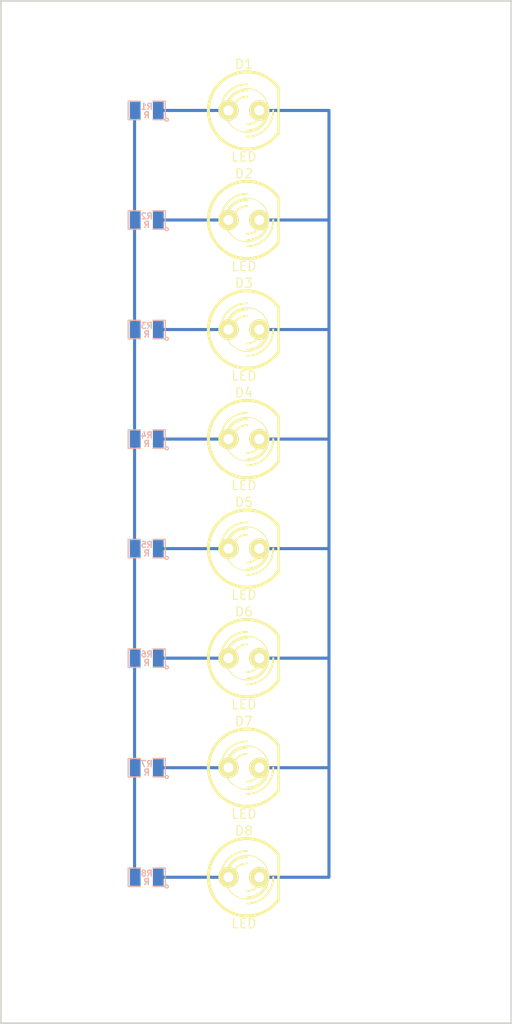
<source format=kicad_pcb>
(kicad_pcb (version 3) (host pcbnew "(2013-03-10 BZR 3992)-stable")

  (general
    (links 22)
    (no_connects 6)
    (area 27.965561 20.51055 45.127001 92.48945)
    (thickness 1.6)
    (drawings 4)
    (tracks 24)
    (zones 0)
    (modules 16)
    (nets 11)
  )

  (page A3)
  (layers
    (15 F.Cu signal)
    (0 B.Cu signal)
    (16 B.Adhes user)
    (17 F.Adhes user)
    (18 B.Paste user)
    (19 F.Paste user)
    (20 B.SilkS user)
    (21 F.SilkS user)
    (22 B.Mask user)
    (23 F.Mask user)
    (24 Dwgs.User user)
    (25 Cmts.User user)
    (26 Eco1.User user)
    (27 Eco2.User user)
    (28 Edge.Cuts user)
  )

  (setup
    (last_trace_width 0.254)
    (trace_clearance 0.254)
    (zone_clearance 0.508)
    (zone_45_only no)
    (trace_min 0.254)
    (segment_width 0.2)
    (edge_width 0.15)
    (via_size 0.889)
    (via_drill 0.635)
    (via_min_size 0.889)
    (via_min_drill 0.508)
    (uvia_size 0.508)
    (uvia_drill 0.127)
    (uvias_allowed no)
    (uvia_min_size 0.508)
    (uvia_min_drill 0.127)
    (pcb_text_width 0.3)
    (pcb_text_size 1 1)
    (mod_edge_width 0.15)
    (mod_text_size 1 1)
    (mod_text_width 0.15)
    (pad_size 1 1)
    (pad_drill 0.6)
    (pad_to_mask_clearance 0)
    (aux_axis_origin 0 0)
    (visible_elements 7FFFFFFF)
    (pcbplotparams
      (layerselection 3178497)
      (usegerberextensions true)
      (excludeedgelayer true)
      (linewidth 152400)
      (plotframeref false)
      (viasonmask false)
      (mode 1)
      (useauxorigin false)
      (hpglpennumber 1)
      (hpglpenspeed 20)
      (hpglpendiameter 15)
      (hpglpenoverlay 2)
      (psnegative false)
      (psa4output false)
      (plotreference true)
      (plotvalue true)
      (plotothertext true)
      (plotinvisibletext false)
      (padsonsilk false)
      (subtractmaskfromsilk false)
      (outputformat 1)
      (mirror false)
      (drillshape 1)
      (scaleselection 1)
      (outputdirectory ""))
  )

  (net 0 "")
  (net 1 N-000001)
  (net 2 N-0000010)
  (net 3 N-0000011)
  (net 4 N-0000014)
  (net 5 N-0000015)
  (net 6 N-000002)
  (net 7 N-000003)
  (net 8 N-000007)
  (net 9 N-000008)
  (net 10 N-000009)

  (net_class Default "This is the default net class."
    (clearance 0.254)
    (trace_width 0.254)
    (via_dia 0.889)
    (via_drill 0.635)
    (uvia_dia 0.508)
    (uvia_drill 0.127)
    (add_net "")
    (add_net N-000001)
    (add_net N-0000010)
    (add_net N-0000011)
    (add_net N-0000014)
    (add_net N-0000015)
    (add_net N-000002)
    (add_net N-000003)
    (add_net N-000007)
    (add_net N-000008)
    (add_net N-000009)
  )

  (module SM0805 (layer B.Cu) (tedit 5091495C) (tstamp 525F0CEA)
    (at 30 52 180)
    (path /525F0895)
    (attr smd)
    (fp_text reference R4 (at 0 0.3175 180) (layer B.SilkS)
      (effects (font (size 0.50038 0.50038) (thickness 0.10922)) (justify mirror))
    )
    (fp_text value R (at 0 -0.381 180) (layer B.SilkS)
      (effects (font (size 0.50038 0.50038) (thickness 0.10922)) (justify mirror))
    )
    (fp_circle (center -1.651 -0.762) (end -1.651 -0.635) (layer B.SilkS) (width 0.09906))
    (fp_line (start -0.508 -0.762) (end -1.524 -0.762) (layer B.SilkS) (width 0.09906))
    (fp_line (start -1.524 -0.762) (end -1.524 0.762) (layer B.SilkS) (width 0.09906))
    (fp_line (start -1.524 0.762) (end -0.508 0.762) (layer B.SilkS) (width 0.09906))
    (fp_line (start 0.508 0.762) (end 1.524 0.762) (layer B.SilkS) (width 0.09906))
    (fp_line (start 1.524 0.762) (end 1.524 -0.762) (layer B.SilkS) (width 0.09906))
    (fp_line (start 1.524 -0.762) (end 0.508 -0.762) (layer B.SilkS) (width 0.09906))
    (pad 1 smd rect (at -0.9525 0 180) (size 0.889 1.397)
      (layers B.Cu B.Paste B.Mask)
      (net 8 N-000007)
    )
    (pad 2 smd rect (at 0.9525 0 180) (size 0.889 1.397)
      (layers B.Cu B.Paste B.Mask)
      (net 10 N-000009)
    )
    (model smd/chip_cms.wrl
      (at (xyz 0 0 0))
      (scale (xyz 0.1 0.1 0.1))
      (rotate (xyz 0 0 0))
    )
  )

  (module SM0805 (layer B.Cu) (tedit 5091495C) (tstamp 525F0CF7)
    (at 30 43 180)
    (path /525F093E)
    (attr smd)
    (fp_text reference R3 (at 0 0.3175 180) (layer B.SilkS)
      (effects (font (size 0.50038 0.50038) (thickness 0.10922)) (justify mirror))
    )
    (fp_text value R (at 0 -0.381 180) (layer B.SilkS)
      (effects (font (size 0.50038 0.50038) (thickness 0.10922)) (justify mirror))
    )
    (fp_circle (center -1.651 -0.762) (end -1.651 -0.635) (layer B.SilkS) (width 0.09906))
    (fp_line (start -0.508 -0.762) (end -1.524 -0.762) (layer B.SilkS) (width 0.09906))
    (fp_line (start -1.524 -0.762) (end -1.524 0.762) (layer B.SilkS) (width 0.09906))
    (fp_line (start -1.524 0.762) (end -0.508 0.762) (layer B.SilkS) (width 0.09906))
    (fp_line (start 0.508 0.762) (end 1.524 0.762) (layer B.SilkS) (width 0.09906))
    (fp_line (start 1.524 0.762) (end 1.524 -0.762) (layer B.SilkS) (width 0.09906))
    (fp_line (start 1.524 -0.762) (end 0.508 -0.762) (layer B.SilkS) (width 0.09906))
    (pad 1 smd rect (at -0.9525 0 180) (size 0.889 1.397)
      (layers B.Cu B.Paste B.Mask)
      (net 9 N-000008)
    )
    (pad 2 smd rect (at 0.9525 0 180) (size 0.889 1.397)
      (layers B.Cu B.Paste B.Mask)
      (net 10 N-000009)
    )
    (model smd/chip_cms.wrl
      (at (xyz 0 0 0))
      (scale (xyz 0.1 0.1 0.1))
      (rotate (xyz 0 0 0))
    )
  )

  (module SM0805 (layer B.Cu) (tedit 5091495C) (tstamp 525F0D04)
    (at 30 34 180)
    (path /525F094F)
    (attr smd)
    (fp_text reference R2 (at 0 0.3175 180) (layer B.SilkS)
      (effects (font (size 0.50038 0.50038) (thickness 0.10922)) (justify mirror))
    )
    (fp_text value R (at 0 -0.381 180) (layer B.SilkS)
      (effects (font (size 0.50038 0.50038) (thickness 0.10922)) (justify mirror))
    )
    (fp_circle (center -1.651 -0.762) (end -1.651 -0.635) (layer B.SilkS) (width 0.09906))
    (fp_line (start -0.508 -0.762) (end -1.524 -0.762) (layer B.SilkS) (width 0.09906))
    (fp_line (start -1.524 -0.762) (end -1.524 0.762) (layer B.SilkS) (width 0.09906))
    (fp_line (start -1.524 0.762) (end -0.508 0.762) (layer B.SilkS) (width 0.09906))
    (fp_line (start 0.508 0.762) (end 1.524 0.762) (layer B.SilkS) (width 0.09906))
    (fp_line (start 1.524 0.762) (end 1.524 -0.762) (layer B.SilkS) (width 0.09906))
    (fp_line (start 1.524 -0.762) (end 0.508 -0.762) (layer B.SilkS) (width 0.09906))
    (pad 1 smd rect (at -0.9525 0 180) (size 0.889 1.397)
      (layers B.Cu B.Paste B.Mask)
      (net 5 N-0000015)
    )
    (pad 2 smd rect (at 0.9525 0 180) (size 0.889 1.397)
      (layers B.Cu B.Paste B.Mask)
      (net 10 N-000009)
    )
    (model smd/chip_cms.wrl
      (at (xyz 0 0 0))
      (scale (xyz 0.1 0.1 0.1))
      (rotate (xyz 0 0 0))
    )
  )

  (module SM0805 (layer B.Cu) (tedit 5091495C) (tstamp 525F0D11)
    (at 30 25 180)
    (path /525F0960)
    (attr smd)
    (fp_text reference R1 (at 0 0.3175 180) (layer B.SilkS)
      (effects (font (size 0.50038 0.50038) (thickness 0.10922)) (justify mirror))
    )
    (fp_text value R (at 0 -0.381 180) (layer B.SilkS)
      (effects (font (size 0.50038 0.50038) (thickness 0.10922)) (justify mirror))
    )
    (fp_circle (center -1.651 -0.762) (end -1.651 -0.635) (layer B.SilkS) (width 0.09906))
    (fp_line (start -0.508 -0.762) (end -1.524 -0.762) (layer B.SilkS) (width 0.09906))
    (fp_line (start -1.524 -0.762) (end -1.524 0.762) (layer B.SilkS) (width 0.09906))
    (fp_line (start -1.524 0.762) (end -0.508 0.762) (layer B.SilkS) (width 0.09906))
    (fp_line (start 0.508 0.762) (end 1.524 0.762) (layer B.SilkS) (width 0.09906))
    (fp_line (start 1.524 0.762) (end 1.524 -0.762) (layer B.SilkS) (width 0.09906))
    (fp_line (start 1.524 -0.762) (end 0.508 -0.762) (layer B.SilkS) (width 0.09906))
    (pad 1 smd rect (at -0.9525 0 180) (size 0.889 1.397)
      (layers B.Cu B.Paste B.Mask)
      (net 4 N-0000014)
    )
    (pad 2 smd rect (at 0.9525 0 180) (size 0.889 1.397)
      (layers B.Cu B.Paste B.Mask)
      (net 10 N-000009)
    )
    (model smd/chip_cms.wrl
      (at (xyz 0 0 0))
      (scale (xyz 0.1 0.1 0.1))
      (rotate (xyz 0 0 0))
    )
  )

  (module SM0805 (layer B.Cu) (tedit 5091495C) (tstamp 525F0D1E)
    (at 30 88 180)
    (path /525F0971)
    (attr smd)
    (fp_text reference R8 (at 0 0.3175 180) (layer B.SilkS)
      (effects (font (size 0.50038 0.50038) (thickness 0.10922)) (justify mirror))
    )
    (fp_text value R (at 0 -0.381 180) (layer B.SilkS)
      (effects (font (size 0.50038 0.50038) (thickness 0.10922)) (justify mirror))
    )
    (fp_circle (center -1.651 -0.762) (end -1.651 -0.635) (layer B.SilkS) (width 0.09906))
    (fp_line (start -0.508 -0.762) (end -1.524 -0.762) (layer B.SilkS) (width 0.09906))
    (fp_line (start -1.524 -0.762) (end -1.524 0.762) (layer B.SilkS) (width 0.09906))
    (fp_line (start -1.524 0.762) (end -0.508 0.762) (layer B.SilkS) (width 0.09906))
    (fp_line (start 0.508 0.762) (end 1.524 0.762) (layer B.SilkS) (width 0.09906))
    (fp_line (start 1.524 0.762) (end 1.524 -0.762) (layer B.SilkS) (width 0.09906))
    (fp_line (start 1.524 -0.762) (end 0.508 -0.762) (layer B.SilkS) (width 0.09906))
    (pad 1 smd rect (at -0.9525 0 180) (size 0.889 1.397)
      (layers B.Cu B.Paste B.Mask)
      (net 3 N-0000011)
    )
    (pad 2 smd rect (at 0.9525 0 180) (size 0.889 1.397)
      (layers B.Cu B.Paste B.Mask)
      (net 10 N-000009)
    )
    (model smd/chip_cms.wrl
      (at (xyz 0 0 0))
      (scale (xyz 0.1 0.1 0.1))
      (rotate (xyz 0 0 0))
    )
  )

  (module SM0805 (layer B.Cu) (tedit 5091495C) (tstamp 525F0D2B)
    (at 30 79 180)
    (path /525F0982)
    (attr smd)
    (fp_text reference R7 (at 0 0.3175 180) (layer B.SilkS)
      (effects (font (size 0.50038 0.50038) (thickness 0.10922)) (justify mirror))
    )
    (fp_text value R (at 0 -0.381 180) (layer B.SilkS)
      (effects (font (size 0.50038 0.50038) (thickness 0.10922)) (justify mirror))
    )
    (fp_circle (center -1.651 -0.762) (end -1.651 -0.635) (layer B.SilkS) (width 0.09906))
    (fp_line (start -0.508 -0.762) (end -1.524 -0.762) (layer B.SilkS) (width 0.09906))
    (fp_line (start -1.524 -0.762) (end -1.524 0.762) (layer B.SilkS) (width 0.09906))
    (fp_line (start -1.524 0.762) (end -0.508 0.762) (layer B.SilkS) (width 0.09906))
    (fp_line (start 0.508 0.762) (end 1.524 0.762) (layer B.SilkS) (width 0.09906))
    (fp_line (start 1.524 0.762) (end 1.524 -0.762) (layer B.SilkS) (width 0.09906))
    (fp_line (start 1.524 -0.762) (end 0.508 -0.762) (layer B.SilkS) (width 0.09906))
    (pad 1 smd rect (at -0.9525 0 180) (size 0.889 1.397)
      (layers B.Cu B.Paste B.Mask)
      (net 7 N-000003)
    )
    (pad 2 smd rect (at 0.9525 0 180) (size 0.889 1.397)
      (layers B.Cu B.Paste B.Mask)
      (net 10 N-000009)
    )
    (model smd/chip_cms.wrl
      (at (xyz 0 0 0))
      (scale (xyz 0.1 0.1 0.1))
      (rotate (xyz 0 0 0))
    )
  )

  (module SM0805 (layer B.Cu) (tedit 525F0D62) (tstamp 525F0D38)
    (at 30 70 180)
    (path /525F0993)
    (attr smd)
    (fp_text reference R6 (at 0 0.3175 180) (layer B.SilkS)
      (effects (font (size 0.50038 0.50038) (thickness 0.10922)) (justify mirror))
    )
    (fp_text value R (at 0 -0.381 180) (layer B.SilkS)
      (effects (font (size 0.50038 0.50038) (thickness 0.10922)) (justify mirror))
    )
    (fp_circle (center -1.651 -0.762) (end -1.651 -0.635) (layer B.SilkS) (width 0.09906))
    (fp_line (start -0.508 -0.762) (end -1.524 -0.762) (layer B.SilkS) (width 0.09906))
    (fp_line (start -1.524 -0.762) (end -1.524 0.762) (layer B.SilkS) (width 0.09906))
    (fp_line (start -1.524 0.762) (end -0.508 0.762) (layer B.SilkS) (width 0.09906))
    (fp_line (start 0.508 0.762) (end 1.524 0.762) (layer B.SilkS) (width 0.09906))
    (fp_line (start 1.524 0.762) (end 1.524 -0.762) (layer B.SilkS) (width 0.09906))
    (fp_line (start 1.524 -0.762) (end 0.508 -0.762) (layer B.SilkS) (width 0.09906))
    (pad 1 smd rect (at -0.9525 0 180) (size 0.889 1.397)
      (layers B.Cu B.Paste B.Mask)
      (net 1 N-000001)
    )
    (pad 2 smd rect (at 0.9525 0 180) (size 0.889 1.397)
      (layers B.Cu B.Paste B.Mask)
      (net 10 N-000009)
    )
    (model smd/chip_cms.wrl
      (at (xyz 0 0 0))
      (scale (xyz 0.1 0.1 0.1))
      (rotate (xyz 0 0 0))
    )
  )

  (module SM0805 (layer B.Cu) (tedit 5091495C) (tstamp 525F0D45)
    (at 30 61 180)
    (path /525F09A4)
    (attr smd)
    (fp_text reference R5 (at 0 0.3175 180) (layer B.SilkS)
      (effects (font (size 0.50038 0.50038) (thickness 0.10922)) (justify mirror))
    )
    (fp_text value R (at 0 -0.381 180) (layer B.SilkS)
      (effects (font (size 0.50038 0.50038) (thickness 0.10922)) (justify mirror))
    )
    (fp_circle (center -1.651 -0.762) (end -1.651 -0.635) (layer B.SilkS) (width 0.09906))
    (fp_line (start -0.508 -0.762) (end -1.524 -0.762) (layer B.SilkS) (width 0.09906))
    (fp_line (start -1.524 -0.762) (end -1.524 0.762) (layer B.SilkS) (width 0.09906))
    (fp_line (start -1.524 0.762) (end -0.508 0.762) (layer B.SilkS) (width 0.09906))
    (fp_line (start 0.508 0.762) (end 1.524 0.762) (layer B.SilkS) (width 0.09906))
    (fp_line (start 1.524 0.762) (end 1.524 -0.762) (layer B.SilkS) (width 0.09906))
    (fp_line (start 1.524 -0.762) (end 0.508 -0.762) (layer B.SilkS) (width 0.09906))
    (pad 1 smd rect (at -0.9525 0 180) (size 0.889 1.397)
      (layers B.Cu B.Paste B.Mask)
      (net 6 N-000002)
    )
    (pad 2 smd rect (at 0.9525 0 180) (size 0.889 1.397)
      (layers B.Cu B.Paste B.Mask)
      (net 10 N-000009)
    )
    (model smd/chip_cms.wrl
      (at (xyz 0 0 0))
      (scale (xyz 0.1 0.1 0.1))
      (rotate (xyz 0 0 0))
    )
  )

  (module LED-5MM (layer F.Cu) (tedit 50ADE86B) (tstamp 525F0D54)
    (at 38 52)
    (descr "LED 5mm - Lead pitch 100mil (2,54mm)")
    (tags "LED led 5mm 5MM 100mil 2,54mm")
    (path /525F0880)
    (fp_text reference D4 (at 0 -3.81) (layer F.SilkS)
      (effects (font (size 0.762 0.762) (thickness 0.0889)))
    )
    (fp_text value LED (at 0 3.81) (layer F.SilkS)
      (effects (font (size 0.762 0.762) (thickness 0.0889)))
    )
    (fp_line (start 2.8448 1.905) (end 2.8448 -1.905) (layer F.SilkS) (width 0.2032))
    (fp_circle (center 0.254 0) (end -1.016 1.27) (layer F.SilkS) (width 0.0762))
    (fp_arc (start 0.254 0) (end 2.794 1.905) (angle 286.2) (layer F.SilkS) (width 0.254))
    (fp_arc (start 0.254 0) (end -0.889 0) (angle 90) (layer F.SilkS) (width 0.1524))
    (fp_arc (start 0.254 0) (end 1.397 0) (angle 90) (layer F.SilkS) (width 0.1524))
    (fp_arc (start 0.254 0) (end -1.397 0) (angle 90) (layer F.SilkS) (width 0.1524))
    (fp_arc (start 0.254 0) (end 1.905 0) (angle 90) (layer F.SilkS) (width 0.1524))
    (fp_arc (start 0.254 0) (end -1.905 0) (angle 90) (layer F.SilkS) (width 0.1524))
    (fp_arc (start 0.254 0) (end 2.413 0) (angle 90) (layer F.SilkS) (width 0.1524))
    (pad 1 thru_hole circle (at -1.27 0) (size 1.6764 1.6764) (drill 0.812799)
      (layers *.Cu *.Mask F.SilkS)
      (net 8 N-000007)
    )
    (pad 2 thru_hole circle (at 1.27 0) (size 1.6764 1.6764) (drill 0.812799)
      (layers *.Cu *.Mask F.SilkS)
      (net 2 N-0000010)
    )
    (model discret/leds/led5_vertical_verde.wrl
      (at (xyz 0 0 0))
      (scale (xyz 1 1 1))
      (rotate (xyz 0 0 0))
    )
  )

  (module LED-5MM (layer F.Cu) (tedit 50ADE86B) (tstamp 525F0D63)
    (at 38 43)
    (descr "LED 5mm - Lead pitch 100mil (2,54mm)")
    (tags "LED led 5mm 5MM 100mil 2,54mm")
    (path /525F0938)
    (fp_text reference D3 (at 0 -3.81) (layer F.SilkS)
      (effects (font (size 0.762 0.762) (thickness 0.0889)))
    )
    (fp_text value LED (at 0 3.81) (layer F.SilkS)
      (effects (font (size 0.762 0.762) (thickness 0.0889)))
    )
    (fp_line (start 2.8448 1.905) (end 2.8448 -1.905) (layer F.SilkS) (width 0.2032))
    (fp_circle (center 0.254 0) (end -1.016 1.27) (layer F.SilkS) (width 0.0762))
    (fp_arc (start 0.254 0) (end 2.794 1.905) (angle 286.2) (layer F.SilkS) (width 0.254))
    (fp_arc (start 0.254 0) (end -0.889 0) (angle 90) (layer F.SilkS) (width 0.1524))
    (fp_arc (start 0.254 0) (end 1.397 0) (angle 90) (layer F.SilkS) (width 0.1524))
    (fp_arc (start 0.254 0) (end -1.397 0) (angle 90) (layer F.SilkS) (width 0.1524))
    (fp_arc (start 0.254 0) (end 1.905 0) (angle 90) (layer F.SilkS) (width 0.1524))
    (fp_arc (start 0.254 0) (end -1.905 0) (angle 90) (layer F.SilkS) (width 0.1524))
    (fp_arc (start 0.254 0) (end 2.413 0) (angle 90) (layer F.SilkS) (width 0.1524))
    (pad 1 thru_hole circle (at -1.27 0) (size 1.6764 1.6764) (drill 0.812799)
      (layers *.Cu *.Mask F.SilkS)
      (net 9 N-000008)
    )
    (pad 2 thru_hole circle (at 1.27 0) (size 1.6764 1.6764) (drill 0.812799)
      (layers *.Cu *.Mask F.SilkS)
      (net 2 N-0000010)
    )
    (model discret/leds/led5_vertical_verde.wrl
      (at (xyz 0 0 0))
      (scale (xyz 1 1 1))
      (rotate (xyz 0 0 0))
    )
  )

  (module LED-5MM (layer F.Cu) (tedit 50ADE86B) (tstamp 525F0D72)
    (at 38 34)
    (descr "LED 5mm - Lead pitch 100mil (2,54mm)")
    (tags "LED led 5mm 5MM 100mil 2,54mm")
    (path /525F0949)
    (fp_text reference D2 (at 0 -3.81) (layer F.SilkS)
      (effects (font (size 0.762 0.762) (thickness 0.0889)))
    )
    (fp_text value LED (at 0 3.81) (layer F.SilkS)
      (effects (font (size 0.762 0.762) (thickness 0.0889)))
    )
    (fp_line (start 2.8448 1.905) (end 2.8448 -1.905) (layer F.SilkS) (width 0.2032))
    (fp_circle (center 0.254 0) (end -1.016 1.27) (layer F.SilkS) (width 0.0762))
    (fp_arc (start 0.254 0) (end 2.794 1.905) (angle 286.2) (layer F.SilkS) (width 0.254))
    (fp_arc (start 0.254 0) (end -0.889 0) (angle 90) (layer F.SilkS) (width 0.1524))
    (fp_arc (start 0.254 0) (end 1.397 0) (angle 90) (layer F.SilkS) (width 0.1524))
    (fp_arc (start 0.254 0) (end -1.397 0) (angle 90) (layer F.SilkS) (width 0.1524))
    (fp_arc (start 0.254 0) (end 1.905 0) (angle 90) (layer F.SilkS) (width 0.1524))
    (fp_arc (start 0.254 0) (end -1.905 0) (angle 90) (layer F.SilkS) (width 0.1524))
    (fp_arc (start 0.254 0) (end 2.413 0) (angle 90) (layer F.SilkS) (width 0.1524))
    (pad 1 thru_hole circle (at -1.27 0) (size 1.6764 1.6764) (drill 0.812799)
      (layers *.Cu *.Mask F.SilkS)
      (net 5 N-0000015)
    )
    (pad 2 thru_hole circle (at 1.27 0) (size 1.6764 1.6764) (drill 0.812799)
      (layers *.Cu *.Mask F.SilkS)
      (net 2 N-0000010)
    )
    (model discret/leds/led5_vertical_verde.wrl
      (at (xyz 0 0 0))
      (scale (xyz 1 1 1))
      (rotate (xyz 0 0 0))
    )
  )

  (module LED-5MM (layer F.Cu) (tedit 50ADE86B) (tstamp 525F0D81)
    (at 38 25)
    (descr "LED 5mm - Lead pitch 100mil (2,54mm)")
    (tags "LED led 5mm 5MM 100mil 2,54mm")
    (path /525F095A)
    (fp_text reference D1 (at 0 -3.81) (layer F.SilkS)
      (effects (font (size 0.762 0.762) (thickness 0.0889)))
    )
    (fp_text value LED (at 0 3.81) (layer F.SilkS)
      (effects (font (size 0.762 0.762) (thickness 0.0889)))
    )
    (fp_line (start 2.8448 1.905) (end 2.8448 -1.905) (layer F.SilkS) (width 0.2032))
    (fp_circle (center 0.254 0) (end -1.016 1.27) (layer F.SilkS) (width 0.0762))
    (fp_arc (start 0.254 0) (end 2.794 1.905) (angle 286.2) (layer F.SilkS) (width 0.254))
    (fp_arc (start 0.254 0) (end -0.889 0) (angle 90) (layer F.SilkS) (width 0.1524))
    (fp_arc (start 0.254 0) (end 1.397 0) (angle 90) (layer F.SilkS) (width 0.1524))
    (fp_arc (start 0.254 0) (end -1.397 0) (angle 90) (layer F.SilkS) (width 0.1524))
    (fp_arc (start 0.254 0) (end 1.905 0) (angle 90) (layer F.SilkS) (width 0.1524))
    (fp_arc (start 0.254 0) (end -1.905 0) (angle 90) (layer F.SilkS) (width 0.1524))
    (fp_arc (start 0.254 0) (end 2.413 0) (angle 90) (layer F.SilkS) (width 0.1524))
    (pad 1 thru_hole circle (at -1.27 0) (size 1.6764 1.6764) (drill 0.812799)
      (layers *.Cu *.Mask F.SilkS)
      (net 4 N-0000014)
    )
    (pad 2 thru_hole circle (at 1.27 0) (size 1.6764 1.6764) (drill 0.812799)
      (layers *.Cu *.Mask F.SilkS)
      (net 2 N-0000010)
    )
    (model discret/leds/led5_vertical_verde.wrl
      (at (xyz 0 0 0))
      (scale (xyz 1 1 1))
      (rotate (xyz 0 0 0))
    )
  )

  (module LED-5MM (layer F.Cu) (tedit 50ADE86B) (tstamp 525F0D90)
    (at 38 88)
    (descr "LED 5mm - Lead pitch 100mil (2,54mm)")
    (tags "LED led 5mm 5MM 100mil 2,54mm")
    (path /525F096B)
    (fp_text reference D8 (at 0 -3.81) (layer F.SilkS)
      (effects (font (size 0.762 0.762) (thickness 0.0889)))
    )
    (fp_text value LED (at 0 3.81) (layer F.SilkS)
      (effects (font (size 0.762 0.762) (thickness 0.0889)))
    )
    (fp_line (start 2.8448 1.905) (end 2.8448 -1.905) (layer F.SilkS) (width 0.2032))
    (fp_circle (center 0.254 0) (end -1.016 1.27) (layer F.SilkS) (width 0.0762))
    (fp_arc (start 0.254 0) (end 2.794 1.905) (angle 286.2) (layer F.SilkS) (width 0.254))
    (fp_arc (start 0.254 0) (end -0.889 0) (angle 90) (layer F.SilkS) (width 0.1524))
    (fp_arc (start 0.254 0) (end 1.397 0) (angle 90) (layer F.SilkS) (width 0.1524))
    (fp_arc (start 0.254 0) (end -1.397 0) (angle 90) (layer F.SilkS) (width 0.1524))
    (fp_arc (start 0.254 0) (end 1.905 0) (angle 90) (layer F.SilkS) (width 0.1524))
    (fp_arc (start 0.254 0) (end -1.905 0) (angle 90) (layer F.SilkS) (width 0.1524))
    (fp_arc (start 0.254 0) (end 2.413 0) (angle 90) (layer F.SilkS) (width 0.1524))
    (pad 1 thru_hole circle (at -1.27 0) (size 1.6764 1.6764) (drill 0.812799)
      (layers *.Cu *.Mask F.SilkS)
      (net 3 N-0000011)
    )
    (pad 2 thru_hole circle (at 1.27 0) (size 1.6764 1.6764) (drill 0.812799)
      (layers *.Cu *.Mask F.SilkS)
      (net 2 N-0000010)
    )
    (model discret/leds/led5_vertical_verde.wrl
      (at (xyz 0 0 0))
      (scale (xyz 1 1 1))
      (rotate (xyz 0 0 0))
    )
  )

  (module LED-5MM (layer F.Cu) (tedit 50ADE86B) (tstamp 525F0D9F)
    (at 38 79)
    (descr "LED 5mm - Lead pitch 100mil (2,54mm)")
    (tags "LED led 5mm 5MM 100mil 2,54mm")
    (path /525F097C)
    (fp_text reference D7 (at 0 -3.81) (layer F.SilkS)
      (effects (font (size 0.762 0.762) (thickness 0.0889)))
    )
    (fp_text value LED (at 0 3.81) (layer F.SilkS)
      (effects (font (size 0.762 0.762) (thickness 0.0889)))
    )
    (fp_line (start 2.8448 1.905) (end 2.8448 -1.905) (layer F.SilkS) (width 0.2032))
    (fp_circle (center 0.254 0) (end -1.016 1.27) (layer F.SilkS) (width 0.0762))
    (fp_arc (start 0.254 0) (end 2.794 1.905) (angle 286.2) (layer F.SilkS) (width 0.254))
    (fp_arc (start 0.254 0) (end -0.889 0) (angle 90) (layer F.SilkS) (width 0.1524))
    (fp_arc (start 0.254 0) (end 1.397 0) (angle 90) (layer F.SilkS) (width 0.1524))
    (fp_arc (start 0.254 0) (end -1.397 0) (angle 90) (layer F.SilkS) (width 0.1524))
    (fp_arc (start 0.254 0) (end 1.905 0) (angle 90) (layer F.SilkS) (width 0.1524))
    (fp_arc (start 0.254 0) (end -1.905 0) (angle 90) (layer F.SilkS) (width 0.1524))
    (fp_arc (start 0.254 0) (end 2.413 0) (angle 90) (layer F.SilkS) (width 0.1524))
    (pad 1 thru_hole circle (at -1.27 0) (size 1.6764 1.6764) (drill 0.812799)
      (layers *.Cu *.Mask F.SilkS)
      (net 7 N-000003)
    )
    (pad 2 thru_hole circle (at 1.27 0) (size 1.6764 1.6764) (drill 0.812799)
      (layers *.Cu *.Mask F.SilkS)
      (net 2 N-0000010)
    )
    (model discret/leds/led5_vertical_verde.wrl
      (at (xyz 0 0 0))
      (scale (xyz 1 1 1))
      (rotate (xyz 0 0 0))
    )
  )

  (module LED-5MM (layer F.Cu) (tedit 50ADE86B) (tstamp 525F0DAE)
    (at 38 70)
    (descr "LED 5mm - Lead pitch 100mil (2,54mm)")
    (tags "LED led 5mm 5MM 100mil 2,54mm")
    (path /525F098D)
    (fp_text reference D6 (at 0 -3.81) (layer F.SilkS)
      (effects (font (size 0.762 0.762) (thickness 0.0889)))
    )
    (fp_text value LED (at 0 3.81) (layer F.SilkS)
      (effects (font (size 0.762 0.762) (thickness 0.0889)))
    )
    (fp_line (start 2.8448 1.905) (end 2.8448 -1.905) (layer F.SilkS) (width 0.2032))
    (fp_circle (center 0.254 0) (end -1.016 1.27) (layer F.SilkS) (width 0.0762))
    (fp_arc (start 0.254 0) (end 2.794 1.905) (angle 286.2) (layer F.SilkS) (width 0.254))
    (fp_arc (start 0.254 0) (end -0.889 0) (angle 90) (layer F.SilkS) (width 0.1524))
    (fp_arc (start 0.254 0) (end 1.397 0) (angle 90) (layer F.SilkS) (width 0.1524))
    (fp_arc (start 0.254 0) (end -1.397 0) (angle 90) (layer F.SilkS) (width 0.1524))
    (fp_arc (start 0.254 0) (end 1.905 0) (angle 90) (layer F.SilkS) (width 0.1524))
    (fp_arc (start 0.254 0) (end -1.905 0) (angle 90) (layer F.SilkS) (width 0.1524))
    (fp_arc (start 0.254 0) (end 2.413 0) (angle 90) (layer F.SilkS) (width 0.1524))
    (pad 1 thru_hole circle (at -1.27 0) (size 1.6764 1.6764) (drill 0.812799)
      (layers *.Cu *.Mask F.SilkS)
      (net 1 N-000001)
    )
    (pad 2 thru_hole circle (at 1.27 0) (size 1.6764 1.6764) (drill 0.812799)
      (layers *.Cu *.Mask F.SilkS)
      (net 2 N-0000010)
    )
    (model discret/leds/led5_vertical_verde.wrl
      (at (xyz 0 0 0))
      (scale (xyz 1 1 1))
      (rotate (xyz 0 0 0))
    )
  )

  (module LED-5MM (layer F.Cu) (tedit 50ADE86B) (tstamp 525F0DBD)
    (at 38 61)
    (descr "LED 5mm - Lead pitch 100mil (2,54mm)")
    (tags "LED led 5mm 5MM 100mil 2,54mm")
    (path /525F099E)
    (fp_text reference D5 (at 0 -3.81) (layer F.SilkS)
      (effects (font (size 0.762 0.762) (thickness 0.0889)))
    )
    (fp_text value LED (at 0 3.81) (layer F.SilkS)
      (effects (font (size 0.762 0.762) (thickness 0.0889)))
    )
    (fp_line (start 2.8448 1.905) (end 2.8448 -1.905) (layer F.SilkS) (width 0.2032))
    (fp_circle (center 0.254 0) (end -1.016 1.27) (layer F.SilkS) (width 0.0762))
    (fp_arc (start 0.254 0) (end 2.794 1.905) (angle 286.2) (layer F.SilkS) (width 0.254))
    (fp_arc (start 0.254 0) (end -0.889 0) (angle 90) (layer F.SilkS) (width 0.1524))
    (fp_arc (start 0.254 0) (end 1.397 0) (angle 90) (layer F.SilkS) (width 0.1524))
    (fp_arc (start 0.254 0) (end -1.397 0) (angle 90) (layer F.SilkS) (width 0.1524))
    (fp_arc (start 0.254 0) (end 1.905 0) (angle 90) (layer F.SilkS) (width 0.1524))
    (fp_arc (start 0.254 0) (end -1.905 0) (angle 90) (layer F.SilkS) (width 0.1524))
    (fp_arc (start 0.254 0) (end 2.413 0) (angle 90) (layer F.SilkS) (width 0.1524))
    (pad 1 thru_hole circle (at -1.27 0) (size 1.6764 1.6764) (drill 0.812799)
      (layers *.Cu *.Mask F.SilkS)
      (net 6 N-000002)
    )
    (pad 2 thru_hole circle (at 1.27 0) (size 1.6764 1.6764) (drill 0.812799)
      (layers *.Cu *.Mask F.SilkS)
      (net 2 N-0000010)
    )
    (model discret/leds/led5_vertical_verde.wrl
      (at (xyz 0 0 0))
      (scale (xyz 1 1 1))
      (rotate (xyz 0 0 0))
    )
  )

  (gr_line (start 18 100) (end 18 16) (angle 90) (layer Edge.Cuts) (width 0.15))
  (gr_line (start 60 100) (end 18 100) (angle 90) (layer Edge.Cuts) (width 0.15))
  (gr_line (start 60 16) (end 60 100) (angle 90) (layer Edge.Cuts) (width 0.15))
  (gr_line (start 18 16) (end 60 16) (angle 90) (layer Edge.Cuts) (width 0.15))

  (segment (start 36.73 70) (end 31 70) (width 0.254) (layer B.Cu) (net 1))
  (segment (start 39.27 43) (end 45 43) (width 0.254) (layer B.Cu) (net 2))
  (segment (start 39.27 52) (end 45 52) (width 0.254) (layer B.Cu) (net 2))
  (segment (start 39.27 61) (end 45 61) (width 0.254) (layer B.Cu) (net 2))
  (segment (start 39.27 70) (end 45 70) (width 0.254) (layer B.Cu) (net 2))
  (segment (start 39.27 79) (end 45 79) (width 0.254) (layer B.Cu) (net 2))
  (segment (start 45 34) (end 45 43) (width 0.254) (layer B.Cu) (net 2))
  (segment (start 45 43) (end 45 52) (width 0.254) (layer B.Cu) (net 2) (tstamp 525F1093))
  (segment (start 45 52) (end 45 61) (width 0.254) (layer B.Cu) (net 2) (tstamp 525F108F))
  (segment (start 45 61) (end 45 70) (width 0.254) (layer B.Cu) (net 2) (tstamp 525F108B))
  (segment (start 45 70) (end 45 79) (width 0.254) (layer B.Cu) (net 2) (tstamp 525F1087))
  (segment (start 45 79) (end 45 88) (width 0.254) (layer B.Cu) (net 2) (tstamp 525F1083))
  (segment (start 45 88) (end 39.27 88) (width 0.254) (layer B.Cu) (net 2) (tstamp 525F107E))
  (segment (start 45 25) (end 45 34) (width 0.254) (layer B.Cu) (net 2))
  (segment (start 39.27 25) (end 45 25) (width 0.254) (layer B.Cu) (net 2))
  (segment (start 45 34) (end 39.27 34) (width 0.254) (layer B.Cu) (net 2) (tstamp 525F107B))
  (segment (start 36.73 88) (end 31 88) (width 0.254) (layer B.Cu) (net 3))
  (segment (start 36.73 25) (end 31 25) (width 0.254) (layer B.Cu) (net 4))
  (segment (start 36.73 34) (end 31 34) (width 0.254) (layer B.Cu) (net 5))
  (segment (start 36.73 61) (end 31 61) (width 0.254) (layer B.Cu) (net 6))
  (segment (start 36.73 79) (end 31 79) (width 0.254) (layer B.Cu) (net 7))
  (segment (start 36.73 52) (end 31 52) (width 0.254) (layer B.Cu) (net 8))
  (segment (start 36.73 43) (end 31 43) (width 0.254) (layer B.Cu) (net 9))
  (segment (start 29 25) (end 29 88) (width 0.254) (layer B.Cu) (net 10))

)

</source>
